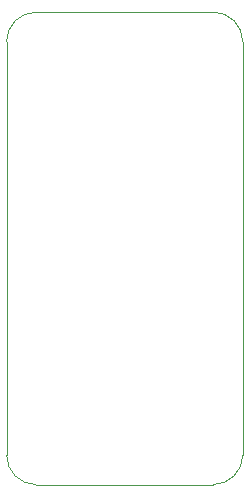
<source format=gbr>
%TF.GenerationSoftware,KiCad,Pcbnew,6.0.9+dfsg-1~bpo11+1*%
%TF.CreationDate,2022-11-11T15:12:30+01:00*%
%TF.ProjectId,013-prototype-board,3031332d-7072-46f7-946f-747970652d62,1*%
%TF.SameCoordinates,Original*%
%TF.FileFunction,Profile,NP*%
%FSLAX46Y46*%
G04 Gerber Fmt 4.6, Leading zero omitted, Abs format (unit mm)*
G04 Created by KiCad (PCBNEW 6.0.9+dfsg-1~bpo11+1) date 2022-11-11 15:12:30*
%MOMM*%
%LPD*%
G01*
G04 APERTURE LIST*
%TA.AperFunction,Profile*%
%ADD10C,0.100000*%
%TD*%
G04 APERTURE END LIST*
D10*
X152500000Y-75000000D02*
G75*
G03*
X150000000Y-77500000I0J-2500000D01*
G01*
X152500000Y-75000000D02*
X167500000Y-75000000D01*
X170000000Y-77500000D02*
G75*
G03*
X167500000Y-75000000I-2500000J0D01*
G01*
X150000000Y-112500000D02*
X150000000Y-77500000D01*
X150000000Y-112500000D02*
G75*
G03*
X152500000Y-115000000I2500000J0D01*
G01*
X170000000Y-77500000D02*
X170000000Y-112500000D01*
X167500000Y-115000000D02*
G75*
G03*
X170000000Y-112500000I0J2500000D01*
G01*
X167500000Y-115000000D02*
X152500000Y-115000000D01*
M02*

</source>
